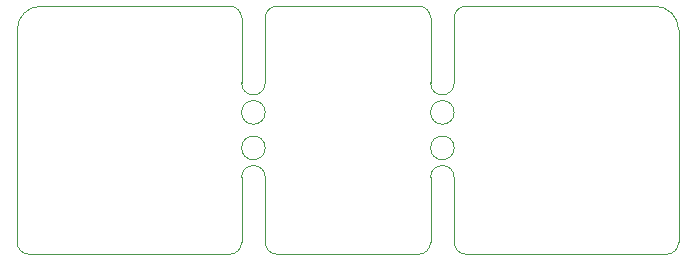
<source format=gbr>
%TF.GenerationSoftware,KiCad,Pcbnew,8.0.7*%
%TF.CreationDate,2024-12-10T12:06:42+09:00*%
%TF.ProjectId,STEP200-XA-motor-connector,53544550-3230-4302-9d58-412d6d6f746f,rev?*%
%TF.SameCoordinates,Original*%
%TF.FileFunction,Profile,NP*%
%FSLAX46Y46*%
G04 Gerber Fmt 4.6, Leading zero omitted, Abs format (unit mm)*
G04 Created by KiCad (PCBNEW 8.0.7) date 2024-12-10 12:06:42*
%MOMM*%
%LPD*%
G01*
G04 APERTURE LIST*
%TA.AperFunction,Profile*%
%ADD10C,0.100000*%
%TD*%
G04 APERTURE END LIST*
D10*
X129000000Y-72000000D02*
G75*
G02*
X127000000Y-72000000I-1000000J0D01*
G01*
X127000000Y-72000000D02*
G75*
G02*
X129000000Y-72000000I1000000J0D01*
G01*
X113000000Y-72000000D02*
G75*
G02*
X111000000Y-72000000I-1000000J0D01*
G01*
X111000000Y-72000000D02*
G75*
G02*
X113000000Y-72000000I1000000J0D01*
G01*
X111000000Y-62000000D02*
X111000000Y-61000000D01*
X129000000Y-69000000D02*
G75*
G02*
X127000000Y-69000000I-1000000J0D01*
G01*
X127000000Y-69000000D02*
G75*
G02*
X129000000Y-69000000I1000000J0D01*
G01*
X111000000Y-74500000D02*
G75*
G02*
X113000000Y-74500000I1000000J0D01*
G01*
X130000000Y-81000000D02*
X147000000Y-81000000D01*
X127000000Y-62000000D02*
X127000000Y-61000000D01*
X127000000Y-74500000D02*
G75*
G02*
X129000000Y-74500000I1000000J0D01*
G01*
X148000000Y-62000000D02*
X148000000Y-80000000D01*
X111000000Y-80000000D02*
G75*
G02*
X110000000Y-81000000I-1000000J0D01*
G01*
X146000000Y-60000000D02*
X130000000Y-60000000D01*
X113000000Y-74500000D02*
X113000000Y-80000000D01*
X113000000Y-69000000D02*
G75*
G02*
X111000000Y-69000000I-1000000J0D01*
G01*
X111000000Y-69000000D02*
G75*
G02*
X113000000Y-69000000I1000000J0D01*
G01*
X113000000Y-66500000D02*
G75*
G02*
X111000000Y-66500000I-1000000J0D01*
G01*
X146000000Y-60000000D02*
G75*
G02*
X148000000Y-62000000I0J-2000000D01*
G01*
X129000000Y-61000000D02*
G75*
G02*
X130000000Y-60000000I1000000J0D01*
G01*
X114000000Y-81000000D02*
X126000000Y-81000000D01*
X130000000Y-81000000D02*
G75*
G02*
X129000000Y-80000000I0J1000000D01*
G01*
X92000000Y-62000000D02*
G75*
G02*
X94000000Y-60000000I2000000J0D01*
G01*
X127000000Y-80000000D02*
X127000000Y-74500000D01*
X127000000Y-80000000D02*
G75*
G02*
X126000000Y-81000000I-1000000J0D01*
G01*
X92000000Y-62000000D02*
X92000000Y-80000000D01*
X113000000Y-61000000D02*
G75*
G02*
X114000000Y-60000000I1000000J0D01*
G01*
X114000000Y-81000000D02*
G75*
G02*
X113000000Y-80000000I0J1000000D01*
G01*
X111000000Y-80000000D02*
X111000000Y-74500000D01*
X148000000Y-80000000D02*
G75*
G02*
X147000000Y-81000000I-1000000J0D01*
G01*
X129000000Y-66500000D02*
X129000000Y-61000000D01*
X113000000Y-66500000D02*
X113000000Y-61000000D01*
X110000000Y-60000000D02*
G75*
G02*
X111000000Y-61000000I0J-1000000D01*
G01*
X129000000Y-66500000D02*
G75*
G02*
X127000000Y-66500000I-1000000J0D01*
G01*
X93000000Y-81000000D02*
G75*
G02*
X92000000Y-80000000I0J1000000D01*
G01*
X129000000Y-74500000D02*
X129000000Y-80000000D01*
X111000000Y-62000000D02*
X111000000Y-66500000D01*
X127000000Y-62000000D02*
X127000000Y-66500000D01*
X126000000Y-60000000D02*
X114000000Y-60000000D01*
X110000000Y-60000000D02*
X94000000Y-60000000D01*
X93000000Y-81000000D02*
X110000000Y-81000000D01*
X126000000Y-60000000D02*
G75*
G02*
X127000000Y-61000000I0J-1000000D01*
G01*
M02*

</source>
